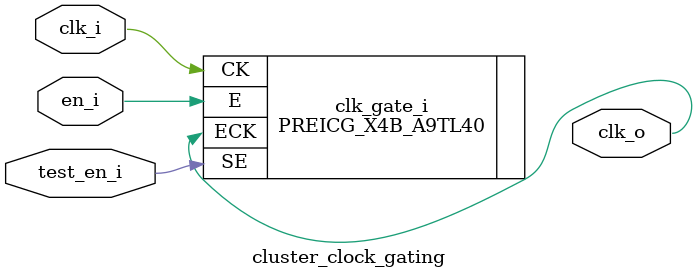
<source format=sv>
module cluster_clock_gating
(
    input  logic clk_i,
    input  logic en_i,
    input  logic test_en_i,
    output logic clk_o
);

    PREICG_X4B_A9TL40 clk_gate_i
    (
        .ECK(clk_o),
        .CK(clk_i),
        .E(en_i),
        .SE(test_en_i)
    );

endmodule

</source>
